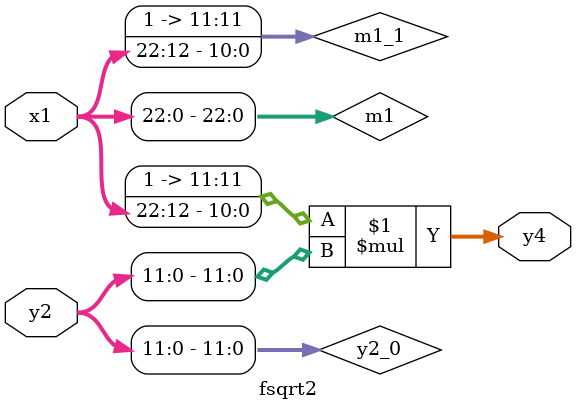
<source format=sv>
`default_nettype none

module fsqrt2(
  input wire [31:0] x1,
  input wire [23:0] y2,
  output wire [23:0] y4 );
  
  wire [22:0] m1;
  assign m1 = x1[22:0];

  wire [11:0] m1_1, y2_0;
  assign m1_1 = {1'b1, m1[22:12]};
  assign y2_0 = y2[11:0];

  assign y4 = m1_1 * y2_0;

endmodule

`default_nettype wire

</source>
